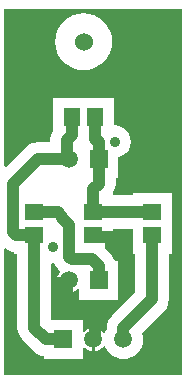
<source format=gtl>
G04*
G04 #@! TF.GenerationSoftware,Altium Limited,Altium Designer,18.0.9 (584)*
G04*
G04 Layer_Physical_Order=1*
G04 Layer_Color=255*
%FSLAX25Y25*%
%MOIN*%
G70*
G01*
G75*
%ADD10R,0.05906X0.05512*%
%ADD11R,0.05512X0.05906*%
%ADD12C,0.03937*%
%ADD13C,0.00000*%
%ADD14R,0.05906X0.06299*%
%ADD15R,0.04331X0.05512*%
%ADD16R,0.07677X0.03937*%
%ADD17C,0.03543*%
%ADD18C,0.06000*%
%ADD19R,0.05906X0.05906*%
%ADD20C,0.05906*%
G36*
X59055Y0D02*
X0D01*
Y41900D01*
X500Y42147D01*
X1157Y41642D01*
X2498Y41087D01*
X3347Y40975D01*
Y40157D01*
X4283D01*
Y15748D01*
X4473Y14309D01*
X5028Y12968D01*
X5911Y11817D01*
X9849Y7880D01*
X11000Y6996D01*
X12341Y6441D01*
X13189Y6329D01*
Y5315D01*
X26181D01*
Y9063D01*
X26681Y9233D01*
X26866Y8992D01*
X27692Y8358D01*
X28653Y7960D01*
X29185Y7890D01*
Y11811D01*
Y15732D01*
X28653Y15662D01*
X27692Y15264D01*
X26866Y14630D01*
X26681Y14389D01*
X26181Y14559D01*
Y18307D01*
X15402D01*
Y36893D01*
X15778Y37222D01*
X16260Y37159D01*
X16586Y37202D01*
X16839Y36590D01*
X17722Y35439D01*
X18416Y34745D01*
X18677Y34315D01*
X18043Y33490D01*
X17645Y32528D01*
X17575Y31996D01*
X21496D01*
Y31496D01*
X21996D01*
Y27575D01*
X22528Y27645D01*
X23490Y28043D01*
X24315Y28677D01*
X24500Y28918D01*
X25000Y28748D01*
Y25000D01*
X37992D01*
Y37992D01*
X36728D01*
X36311Y39000D01*
X35427Y40152D01*
X33378Y42201D01*
X33480Y42701D01*
X33480D01*
Y45957D01*
X29528D01*
Y46957D01*
X33480D01*
Y48031D01*
X36024D01*
Y48771D01*
X42717D01*
Y40157D01*
X43653D01*
Y27500D01*
X35754Y19600D01*
X34870Y18449D01*
X34315Y17108D01*
X34126Y15669D01*
Y15191D01*
X33654Y14309D01*
X33562Y14005D01*
X33024Y13953D01*
X32504Y14630D01*
X31679Y15264D01*
X30717Y15662D01*
X30185Y15732D01*
Y11811D01*
Y7890D01*
X30717Y7960D01*
X31679Y8358D01*
X32504Y8992D01*
X33024Y9669D01*
X33562Y9617D01*
X33654Y9313D01*
X34258Y8185D01*
X35069Y7195D01*
X36059Y6384D01*
X37187Y5780D01*
X38412Y5409D01*
X39685Y5283D01*
X40958Y5409D01*
X42183Y5780D01*
X43312Y6384D01*
X44301Y7195D01*
X45112Y8185D01*
X45716Y9313D01*
X46087Y10538D01*
X46213Y11811D01*
X46087Y13084D01*
X45825Y13947D01*
X53144Y21266D01*
X53144Y21266D01*
X54027Y22417D01*
X54583Y23758D01*
X54772Y25197D01*
Y40157D01*
X55709D01*
Y48031D01*
Y60630D01*
X42717D01*
Y59890D01*
X36024D01*
Y60626D01*
X36311Y61000D01*
X36866Y62341D01*
X37055Y63779D01*
Y65551D01*
X37992D01*
Y72561D01*
X38120Y72578D01*
X39413Y73113D01*
X40523Y73965D01*
X41375Y75076D01*
X41910Y76368D01*
X42093Y77756D01*
X41910Y79143D01*
X41375Y80436D01*
X40523Y81547D01*
X39413Y82398D01*
X38120Y82934D01*
X36732Y83117D01*
X36614Y83220D01*
Y92323D01*
X16142D01*
Y81244D01*
X16052Y81126D01*
X15496Y79785D01*
X15307Y78347D01*
Y77607D01*
X11024D01*
X9585Y77417D01*
X8244Y76862D01*
X7092Y75978D01*
X462Y69348D01*
X0Y69539D01*
Y122047D01*
X59055D01*
Y0D01*
D02*
G37*
%LPC*%
G36*
X26378Y120518D02*
X24526Y120336D01*
X22745Y119795D01*
X21103Y118918D01*
X19664Y117737D01*
X18484Y116298D01*
X17606Y114657D01*
X17066Y112876D01*
X16883Y111024D01*
X17066Y109171D01*
X17606Y107390D01*
X18484Y105749D01*
X19664Y104310D01*
X21103Y103129D01*
X22745Y102252D01*
X24526Y101711D01*
X26378Y101529D01*
X28230Y101711D01*
X30011Y102252D01*
X31653Y103129D01*
X33092Y104310D01*
X34272Y105749D01*
X35150Y107390D01*
X35690Y109171D01*
X35873Y111024D01*
X35690Y112876D01*
X35150Y114657D01*
X34272Y116298D01*
X33092Y117737D01*
X31653Y118918D01*
X30011Y119795D01*
X28230Y120336D01*
X26378Y120518D01*
D02*
G37*
G36*
X20996Y30996D02*
X17575D01*
X17645Y30464D01*
X18043Y29503D01*
X18677Y28677D01*
X19503Y28043D01*
X20464Y27645D01*
X20996Y27575D01*
Y30996D01*
D02*
G37*
%LPD*%
D10*
X9843Y46457D02*
D03*
Y54331D02*
D03*
X29528Y46457D02*
D03*
Y54331D02*
D03*
X49213D02*
D03*
Y46457D02*
D03*
D11*
X30315Y85827D02*
D03*
X22441D02*
D03*
D12*
X19291Y52362D02*
X21654Y50000D01*
X19291Y52362D02*
Y52756D01*
X17717Y54331D02*
X19291Y52756D01*
X9843Y54331D02*
X17717D01*
X21654Y39370D02*
Y50000D01*
Y39370D02*
X22441Y38583D01*
X29134D01*
X11024Y72047D02*
X21496D01*
X2756Y63779D02*
X11024Y72047D01*
X2756Y47638D02*
Y63779D01*
Y47638D02*
X3937Y46457D01*
X9843D01*
X49213Y25197D02*
Y46457D01*
X39685Y15669D02*
X49213Y25197D01*
X39685Y11811D02*
Y15669D01*
X29528Y54331D02*
X49213D01*
X30315Y78740D02*
Y85827D01*
Y78740D02*
X31496Y77559D01*
Y72047D02*
Y77559D01*
X22441Y79921D02*
Y85827D01*
X20866Y78347D02*
X22441Y79921D01*
X20866Y72441D02*
Y78347D01*
X29134Y38583D02*
X31496Y36220D01*
Y31496D02*
Y36220D01*
X9843Y15748D02*
Y46457D01*
Y15748D02*
X13780Y11811D01*
X19685D01*
X31496Y63779D02*
Y72047D01*
X29528Y61811D02*
X31496Y63779D01*
X29528Y54331D02*
Y61811D01*
D13*
X30315Y85827D02*
X31496Y84646D01*
D14*
X19882Y29528D02*
D03*
D15*
X30118Y15748D02*
D03*
D16*
X32185Y46063D02*
D03*
D17*
X16260Y42520D02*
D03*
X36732Y77756D02*
D03*
D18*
X26378Y111024D02*
D03*
D19*
X31496Y72047D02*
D03*
Y31496D02*
D03*
X19685Y11811D02*
D03*
D20*
X21496Y72047D02*
D03*
Y31496D02*
D03*
X29685Y11811D02*
D03*
X39685D02*
D03*
M02*

</source>
